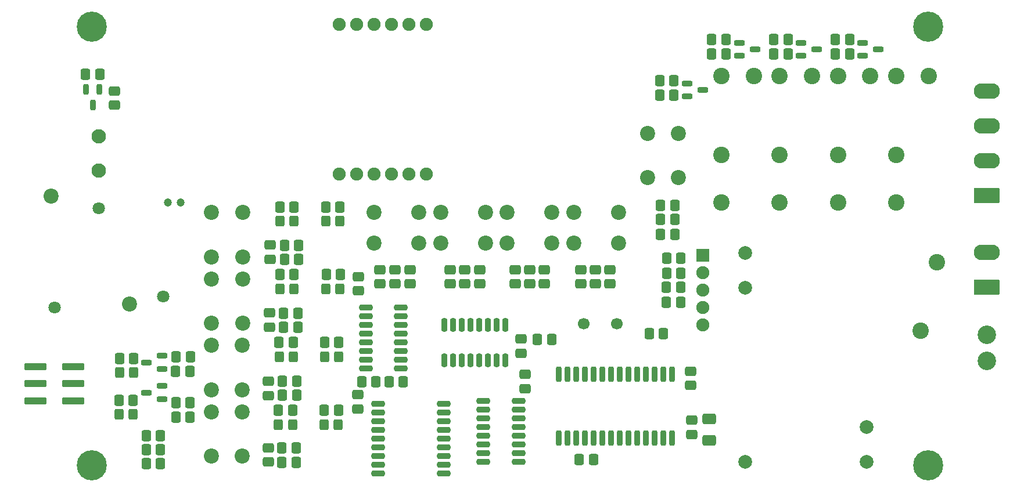
<source format=gts>
%TF.GenerationSoftware,KiCad,Pcbnew,8.0.1*%
%TF.CreationDate,2025-05-08T07:16:34+02:00*%
%TF.ProjectId,prj-gardmer-mb-v2,70726a2d-6761-4726-946d-65722d6d622d,rev?*%
%TF.SameCoordinates,PX4fa1be0PY7872f60*%
%TF.FileFunction,Soldermask,Top*%
%TF.FilePolarity,Negative*%
%FSLAX46Y46*%
G04 Gerber Fmt 4.6, Leading zero omitted, Abs format (unit mm)*
G04 Created by KiCad (PCBNEW 8.0.1) date 2025-05-08 07:16:34*
%MOMM*%
%LPD*%
G01*
G04 APERTURE LIST*
G04 Aperture macros list*
%AMRoundRect*
0 Rectangle with rounded corners*
0 $1 Rounding radius*
0 $2 $3 $4 $5 $6 $7 $8 $9 X,Y pos of 4 corners*
0 Add a 4 corners polygon primitive as box body*
4,1,4,$2,$3,$4,$5,$6,$7,$8,$9,$2,$3,0*
0 Add four circle primitives for the rounded corners*
1,1,$1+$1,$2,$3*
1,1,$1+$1,$4,$5*
1,1,$1+$1,$6,$7*
1,1,$1+$1,$8,$9*
0 Add four rect primitives between the rounded corners*
20,1,$1+$1,$2,$3,$4,$5,0*
20,1,$1+$1,$4,$5,$6,$7,0*
20,1,$1+$1,$6,$7,$8,$9,0*
20,1,$1+$1,$8,$9,$2,$3,0*%
G04 Aperture macros list end*
%ADD10RoundRect,0.200000X0.562500X0.200000X-0.562500X0.200000X-0.562500X-0.200000X0.562500X-0.200000X0*%
%ADD11RoundRect,0.292553X-0.394947X-0.532447X0.394947X-0.532447X0.394947X0.532447X-0.394947X0.532447X0*%
%ADD12RoundRect,0.100000X1.500000X0.400000X-1.500000X0.400000X-1.500000X-0.400000X1.500000X-0.400000X0*%
%ADD13RoundRect,0.292553X0.394947X0.532447X-0.394947X0.532447X-0.394947X-0.532447X0.394947X-0.532447X0*%
%ADD14C,2.200000*%
%ADD15RoundRect,0.292553X-0.532447X0.394947X-0.532447X-0.394947X0.532447X-0.394947X0.532447X0.394947X0*%
%ADD16RoundRect,0.274038X1.625962X-0.865962X1.625962X0.865962X-1.625962X0.865962X-1.625962X-0.865962X0*%
%ADD17O,3.800000X2.280000*%
%ADD18C,2.400000*%
%ADD19RoundRect,0.200000X-0.200000X0.562500X-0.200000X-0.562500X0.200000X-0.562500X0.200000X0.562500X0*%
%ADD20RoundRect,0.292553X0.532447X-0.394947X0.532447X0.394947X-0.532447X0.394947X-0.532447X-0.394947X0*%
%ADD21C,1.800000*%
%ADD22RoundRect,0.100000X-0.850000X-0.850000X0.850000X-0.850000X0.850000X0.850000X-0.850000X0.850000X0*%
%ADD23O,1.900000X1.900000*%
%ADD24C,1.700000*%
%ADD25RoundRect,0.287735X0.712265X-0.474765X0.712265X0.474765X-0.712265X0.474765X-0.712265X-0.474765X0*%
%ADD26RoundRect,0.200000X-0.562500X-0.200000X0.562500X-0.200000X0.562500X0.200000X-0.562500X0.200000X0*%
%ADD27RoundRect,0.200000X-0.200000X0.775000X-0.200000X-0.775000X0.200000X-0.775000X0.200000X0.775000X0*%
%ADD28C,4.400000*%
%ADD29RoundRect,0.200000X-0.200000X0.925000X-0.200000X-0.925000X0.200000X-0.925000X0.200000X0.925000X0*%
%ADD30C,2.100000*%
%ADD31RoundRect,0.293478X-0.381522X-0.506522X0.381522X-0.506522X0.381522X0.506522X-0.381522X0.506522X0*%
%ADD32C,1.900000*%
%ADD33RoundRect,0.293478X0.381522X0.506522X-0.381522X0.506522X-0.381522X-0.506522X0.381522X-0.506522X0*%
%ADD34C,2.700000*%
%ADD35RoundRect,0.200000X-0.775000X-0.200000X0.775000X-0.200000X0.775000X0.200000X-0.775000X0.200000X0*%
%ADD36RoundRect,0.200000X0.775000X0.200000X-0.775000X0.200000X-0.775000X-0.200000X0.775000X-0.200000X0*%
%ADD37C,2.000000*%
%ADD38C,1.200000*%
G04 APERTURE END LIST*
D10*
%TO.C,Q14*%
X14275000Y17550000D03*
X12000000Y18500000D03*
X14275000Y19450000D03*
%TD*%
D11*
%TO.C,R52*%
X16250000Y17200000D03*
X18325000Y17200000D03*
%TD*%
D12*
%TO.C,SW10*%
X1300000Y12900000D03*
X1300000Y15400000D03*
X1300000Y17900000D03*
X-4200000Y17900000D03*
X-4200000Y15400000D03*
X-4200000Y12900000D03*
%TD*%
D11*
%TO.C,R27*%
X37925000Y11500000D03*
X40000000Y11500000D03*
%TD*%
D13*
%TO.C,R21*%
X96475000Y63500000D03*
X94400000Y63500000D03*
%TD*%
D11*
%TO.C,R60*%
X87800000Y31550000D03*
X89875000Y31550000D03*
%TD*%
D14*
%TO.C,SW5*%
X64600000Y40400000D03*
X71100000Y40400000D03*
X64600000Y35900000D03*
X71100000Y35900000D03*
%TD*%
D15*
%TO.C,C10*%
X30037500Y35637500D03*
X30037500Y33562500D03*
%TD*%
D13*
%TO.C,R74*%
X33825000Y3900000D03*
X31750000Y3900000D03*
%TD*%
%TO.C,R62*%
X89887500Y33750000D03*
X87812500Y33750000D03*
%TD*%
D15*
%TO.C,R56*%
X7300000Y58112500D03*
X7300000Y56037500D03*
%TD*%
D11*
%TO.C,C17*%
X43362500Y15700000D03*
X45437500Y15700000D03*
%TD*%
D14*
%TO.C,SW7*%
X21500000Y24200000D03*
X21500000Y30700000D03*
X26000000Y24200000D03*
X26000000Y30700000D03*
%TD*%
D16*
%TO.C,J2*%
X134500000Y29450000D03*
D17*
X134500000Y34530000D03*
%TD*%
D15*
%TO.C,C7*%
X60550000Y32050000D03*
X60550000Y29975000D03*
%TD*%
D11*
%TO.C,C1*%
X86950000Y37200000D03*
X89025000Y37200000D03*
%TD*%
D18*
%TO.C,K4*%
X100500000Y60300000D03*
X95800000Y60300000D03*
X95800000Y48800000D03*
X95800000Y41800000D03*
%TD*%
D13*
%TO.C,R31*%
X33287500Y11500000D03*
X31212500Y11500000D03*
%TD*%
D19*
%TO.C,Q9*%
X5100000Y58375000D03*
X4150000Y56100000D03*
X3200000Y58375000D03*
%TD*%
D20*
%TO.C,R8*%
X67871962Y29975000D03*
X67871962Y32050000D03*
%TD*%
D21*
%TO.C,BT1*%
X14394371Y28122127D03*
X-1402505Y26471765D03*
X5048585Y40985497D03*
D14*
X-1905712Y42731279D03*
X9526712Y26995898D03*
%TD*%
D20*
%TO.C,R59*%
X91300000Y15162500D03*
X91300000Y17237500D03*
%TD*%
D22*
%TO.C,J1*%
X93100000Y34130000D03*
D23*
X93100000Y31590000D03*
X93100000Y29050000D03*
X93100000Y26510000D03*
X93100000Y23970000D03*
%TD*%
D13*
%TO.C,R71*%
X34175000Y33500000D03*
X32100000Y33500000D03*
%TD*%
D24*
%TO.C,Y1*%
X80600000Y24150000D03*
X75720000Y24150000D03*
%TD*%
D25*
%TO.C,C18*%
X94000000Y7137500D03*
X94000000Y10262500D03*
%TD*%
D18*
%TO.C,K3*%
X109000000Y60300000D03*
X104300000Y60300000D03*
X104300000Y48800000D03*
X104300000Y41800000D03*
%TD*%
D13*
%TO.C,R50*%
X10037500Y13000000D03*
X7962500Y13000000D03*
%TD*%
D15*
%TO.C,C12*%
X29800000Y15737500D03*
X29800000Y13662500D03*
%TD*%
D13*
%TO.C,R28*%
X33512500Y41200000D03*
X31437500Y41200000D03*
%TD*%
D14*
%TO.C,SW4*%
X45200000Y40400000D03*
X51700000Y40400000D03*
X45200000Y35900000D03*
X51700000Y35900000D03*
%TD*%
D26*
%TO.C,Q1*%
X116400000Y65150000D03*
X118675000Y64200000D03*
X116400000Y63250000D03*
%TD*%
D27*
%TO.C,U4*%
X64310000Y23950000D03*
X63040000Y23950000D03*
X61770000Y23950000D03*
X60500000Y23950000D03*
X59230000Y23950000D03*
X57960000Y23950000D03*
X56690000Y23950000D03*
X55420000Y23950000D03*
X55420000Y18800000D03*
X56690000Y18800000D03*
X57960000Y18800000D03*
X59230000Y18800000D03*
X60500000Y18800000D03*
X61770000Y18800000D03*
X63040000Y18800000D03*
X64310000Y18800000D03*
%TD*%
D18*
%TO.C,RV1*%
X127200000Y33100000D03*
X124850000Y23100000D03*
%TD*%
D13*
%TO.C,R12*%
X33800000Y6000000D03*
X31725000Y6000000D03*
%TD*%
%TO.C,R19*%
X105500000Y63500000D03*
X103425000Y63500000D03*
%TD*%
D28*
%TO.C,MH3*%
X4000000Y3500000D03*
%TD*%
D13*
%TO.C,R29*%
X33512500Y31300000D03*
X31437500Y31300000D03*
%TD*%
D11*
%TO.C,R51*%
X16300000Y19300000D03*
X18375000Y19300000D03*
%TD*%
D15*
%TO.C,C13*%
X29787500Y6037500D03*
X29787500Y3962500D03*
%TD*%
D29*
%TO.C,U1*%
X88605000Y16750000D03*
X87335000Y16750000D03*
X86065000Y16750000D03*
X84795000Y16750000D03*
X83525000Y16750000D03*
X82255000Y16750000D03*
X80985000Y16750000D03*
X79715000Y16750000D03*
X78445000Y16750000D03*
X77175000Y16750000D03*
X75905000Y16750000D03*
X74635000Y16750000D03*
X73365000Y16750000D03*
X72095000Y16750000D03*
X72095000Y7450000D03*
X73365000Y7450000D03*
X74635000Y7450000D03*
X75905000Y7450000D03*
X77175000Y7450000D03*
X78445000Y7450000D03*
X79715000Y7450000D03*
X80985000Y7450000D03*
X82255000Y7450000D03*
X83525000Y7450000D03*
X84795000Y7450000D03*
X86065000Y7450000D03*
X87335000Y7450000D03*
X88605000Y7450000D03*
%TD*%
D20*
%TO.C,R7*%
X48250000Y29975000D03*
X48250000Y32050000D03*
%TD*%
D13*
%TO.C,R11*%
X33900000Y15800000D03*
X31825000Y15800000D03*
%TD*%
D26*
%TO.C,Q2*%
X107425000Y65150000D03*
X109700000Y64200000D03*
X107425000Y63250000D03*
%TD*%
D11*
%TO.C,R22*%
X86800000Y59600000D03*
X88875000Y59600000D03*
%TD*%
%TO.C,R63*%
X87762500Y27250000D03*
X89837500Y27250000D03*
%TD*%
D30*
%TO.C,BZ1*%
X5000000Y46500000D03*
X5000000Y51500000D03*
%TD*%
D13*
%TO.C,R1*%
X88987500Y39350000D03*
X86912500Y39350000D03*
%TD*%
%TO.C,R10*%
X34037500Y25700000D03*
X31962500Y25700000D03*
%TD*%
D15*
%TO.C,R13*%
X42900000Y31037500D03*
X42900000Y28962500D03*
%TD*%
D11*
%TO.C,R20*%
X94400000Y65600000D03*
X96475000Y65600000D03*
%TD*%
D14*
%TO.C,SW9*%
X21450000Y4800000D03*
X21450000Y11300000D03*
X25950000Y4800000D03*
X25950000Y11300000D03*
%TD*%
D20*
%TO.C,R6*%
X58350000Y29975000D03*
X58350000Y32050000D03*
%TD*%
D11*
%TO.C,R24*%
X38137500Y41200000D03*
X40212500Y41200000D03*
%TD*%
%TO.C,R48*%
X16262500Y10500000D03*
X18337500Y10500000D03*
%TD*%
D13*
%TO.C,R66*%
X14037500Y7807500D03*
X11962500Y7807500D03*
%TD*%
D15*
%TO.C,C9*%
X69950000Y32050898D03*
X69950000Y29975898D03*
%TD*%
D18*
%TO.C,K2*%
X117500000Y60300000D03*
X112800000Y60300000D03*
X112800000Y48800000D03*
X112800000Y41800000D03*
%TD*%
D13*
%TO.C,R57*%
X5187500Y60537500D03*
X3112500Y60537500D03*
%TD*%
%TO.C,R73*%
X33900000Y13700000D03*
X31825000Y13700000D03*
%TD*%
D15*
%TO.C,C8*%
X50450000Y32050000D03*
X50450000Y29975000D03*
%TD*%
D26*
%TO.C,Q3*%
X98400000Y65150000D03*
X100675000Y64200000D03*
X98400000Y63250000D03*
%TD*%
D13*
%TO.C,R58*%
X77137500Y4300000D03*
X75062500Y4300000D03*
%TD*%
D26*
%TO.C,Q4*%
X90800000Y59200000D03*
X93075000Y58250000D03*
X90800000Y57300000D03*
%TD*%
D28*
%TO.C,MH2*%
X125900000Y67500000D03*
%TD*%
D31*
%TO.C,D5*%
X38150000Y39100000D03*
X40200000Y39100000D03*
%TD*%
D11*
%TO.C,R26*%
X37962500Y21400000D03*
X40037500Y21400000D03*
%TD*%
D20*
%TO.C,C15*%
X67200000Y14662500D03*
X67200000Y16737500D03*
%TD*%
D18*
%TO.C,K1*%
X126000000Y60300000D03*
X121300000Y60300000D03*
X121300000Y48800000D03*
X121300000Y41800000D03*
%TD*%
D32*
%TO.C,U7*%
X40100000Y45956000D03*
X42640000Y45956000D03*
X45180000Y45956000D03*
X47720000Y45956000D03*
X50260000Y45956000D03*
X52800000Y45956000D03*
X52800000Y67800000D03*
X50260000Y67800000D03*
X47720000Y67800000D03*
X45180000Y67800000D03*
X42640000Y67800000D03*
X40100000Y67800000D03*
%TD*%
D33*
%TO.C,D9*%
X33500000Y39100000D03*
X31450000Y39100000D03*
%TD*%
D13*
%TO.C,R23*%
X88875000Y57500000D03*
X86800000Y57500000D03*
%TD*%
D33*
%TO.C,D12*%
X33275000Y9400000D03*
X31225000Y9400000D03*
%TD*%
D31*
%TO.C,D7*%
X37975000Y19300000D03*
X40025000Y19300000D03*
%TD*%
D16*
%TO.C,J3*%
X134500000Y42850000D03*
D17*
X134500000Y47930000D03*
X134500000Y53010000D03*
X134500000Y58090000D03*
%TD*%
D13*
%TO.C,R9*%
X34175000Y35600000D03*
X32100000Y35600000D03*
%TD*%
D34*
%TO.C,J4*%
X134500000Y18700000D03*
X134500000Y22500000D03*
%TD*%
D14*
%TO.C,SW2*%
X74300000Y40400000D03*
X80800000Y40400000D03*
X74300000Y35900000D03*
X80800000Y35900000D03*
%TD*%
D13*
%TO.C,R72*%
X34037500Y23600000D03*
X31962500Y23600000D03*
%TD*%
D31*
%TO.C,D8*%
X37912500Y9400000D03*
X39962500Y9400000D03*
%TD*%
D13*
%TO.C,R15*%
X14037500Y3700000D03*
X11962500Y3700000D03*
%TD*%
D33*
%TO.C,D14*%
X10125000Y17000000D03*
X8075000Y17000000D03*
%TD*%
D35*
%TO.C,U5*%
X61100000Y12870000D03*
X61100000Y11600000D03*
X61100000Y10330000D03*
X61100000Y9060000D03*
X61100000Y7790000D03*
X61100000Y6520000D03*
X61100000Y5250000D03*
X61100000Y3980000D03*
X66250000Y3980000D03*
X66250000Y5250000D03*
X66250000Y6520000D03*
X66250000Y7790000D03*
X66250000Y9060000D03*
X66250000Y10330000D03*
X66250000Y11600000D03*
X66250000Y12870000D03*
%TD*%
D11*
%TO.C,R49*%
X16262500Y12600000D03*
X18337500Y12600000D03*
%TD*%
D13*
%TO.C,R2*%
X88987500Y41450000D03*
X86912500Y41450000D03*
%TD*%
D33*
%TO.C,D10*%
X33500000Y29200000D03*
X31450000Y29200000D03*
%TD*%
D20*
%TO.C,R68*%
X56250000Y29975000D03*
X56250000Y32050000D03*
%TD*%
D14*
%TO.C,SW8*%
X21450000Y14500000D03*
X21450000Y21000000D03*
X25950000Y14500000D03*
X25950000Y21000000D03*
%TD*%
D20*
%TO.C,R69*%
X46050000Y29975000D03*
X46050000Y32050000D03*
%TD*%
D10*
%TO.C,Q13*%
X14237500Y13150000D03*
X11962500Y14100000D03*
X14237500Y15050000D03*
%TD*%
D20*
%TO.C,R5*%
X77450000Y29950000D03*
X77450000Y32025000D03*
%TD*%
D15*
%TO.C,C14*%
X42800000Y13775000D03*
X42800000Y11700000D03*
%TD*%
D14*
%TO.C,SW3*%
X54900000Y40400000D03*
X61400000Y40400000D03*
X54900000Y35900000D03*
X61400000Y35900000D03*
%TD*%
D28*
%TO.C,MH4*%
X125900000Y3500000D03*
%TD*%
D20*
%TO.C,C16*%
X66600000Y19862500D03*
X66600000Y21937500D03*
%TD*%
D36*
%TO.C,U6*%
X55350000Y2320000D03*
X55350000Y3590000D03*
X55350000Y4860000D03*
X55350000Y6130000D03*
X55350000Y7400000D03*
X55350000Y8670000D03*
X55350000Y9940000D03*
X55350000Y11210000D03*
X55350000Y12480000D03*
X45800000Y12480000D03*
X45800000Y11210000D03*
X45800000Y9940000D03*
X45800000Y8670000D03*
X45800000Y7400000D03*
X45800000Y6130000D03*
X45800000Y4860000D03*
X45800000Y3590000D03*
X45800000Y2320000D03*
%TD*%
D14*
%TO.C,SW1*%
X85050000Y45450000D03*
X85050000Y51950000D03*
X89550000Y45450000D03*
X89550000Y51950000D03*
%TD*%
D33*
%TO.C,D13*%
X10025000Y10900000D03*
X7975000Y10900000D03*
%TD*%
D13*
%TO.C,R14*%
X49437500Y15700000D03*
X47362500Y15700000D03*
%TD*%
D37*
%TO.C,PS1*%
X99300000Y34500000D03*
X99300000Y29400000D03*
X117000000Y9100000D03*
X117000000Y4000000D03*
X99300000Y4000000D03*
%TD*%
D15*
%TO.C,C11*%
X29900000Y25737500D03*
X29900000Y23662500D03*
%TD*%
D20*
%TO.C,C5*%
X91450000Y8012500D03*
X91450000Y10087500D03*
%TD*%
D14*
%TO.C,SW6*%
X21500000Y33900000D03*
X21500000Y40400000D03*
X26000000Y33900000D03*
X26000000Y40400000D03*
%TD*%
D33*
%TO.C,D11*%
X33425000Y19300000D03*
X31375000Y19300000D03*
%TD*%
D11*
%TO.C,R18*%
X103425000Y65600000D03*
X105500000Y65600000D03*
%TD*%
D20*
%TO.C,R67*%
X75350000Y29950000D03*
X75350000Y32025000D03*
%TD*%
D13*
%TO.C,R53*%
X10137500Y19100000D03*
X8062500Y19100000D03*
%TD*%
D11*
%TO.C,C22*%
X11962500Y5762500D03*
X14037500Y5762500D03*
%TD*%
D20*
%TO.C,R70*%
X65771962Y29975000D03*
X65771962Y32050000D03*
%TD*%
D13*
%TO.C,R16*%
X114475000Y63500000D03*
X112400000Y63500000D03*
%TD*%
D28*
%TO.C,MH1*%
X4000000Y67500000D03*
%TD*%
D11*
%TO.C,R25*%
X38187500Y31300000D03*
X40262500Y31300000D03*
%TD*%
%TO.C,R17*%
X112400000Y65600000D03*
X114475000Y65600000D03*
%TD*%
D13*
%TO.C,C3*%
X87337500Y22700000D03*
X85262500Y22700000D03*
%TD*%
D15*
%TO.C,C6*%
X79550000Y32025000D03*
X79550000Y29950000D03*
%TD*%
D36*
%TO.C,U3*%
X49100000Y17660000D03*
X49100000Y18930000D03*
X49100000Y20200000D03*
X49100000Y21470000D03*
X49100000Y22740000D03*
X49100000Y24010000D03*
X49100000Y25280000D03*
X49100000Y26550000D03*
X43950000Y26550000D03*
X43950000Y25280000D03*
X43950000Y24010000D03*
X43950000Y22740000D03*
X43950000Y21470000D03*
X43950000Y20200000D03*
X43950000Y18930000D03*
X43950000Y17660000D03*
%TD*%
D31*
%TO.C,D6*%
X38150000Y29200000D03*
X40200000Y29200000D03*
%TD*%
D13*
%TO.C,R30*%
X33400000Y21400000D03*
X31325000Y21400000D03*
%TD*%
D11*
%TO.C,R61*%
X87762500Y29450000D03*
X89837500Y29450000D03*
%TD*%
%TO.C,C2*%
X68962500Y21850000D03*
X71037500Y21850000D03*
%TD*%
D38*
%TO.C,Y2*%
X17000000Y41800000D03*
X15100000Y41800000D03*
%TD*%
M02*

</source>
